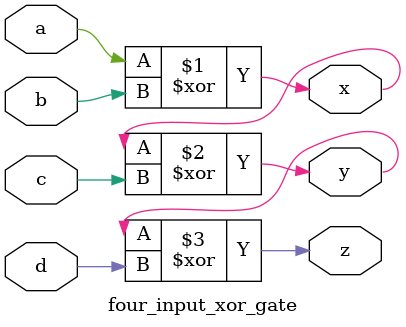
<source format=v>
`timescale 1ns / 1ps

module four_input_xor_gate(
    input a,b,c,d,
    output x,y,z
    );
    assign x=a^b;
    assign y=x^c;
    assign z=y^d;
endmodule

</source>
